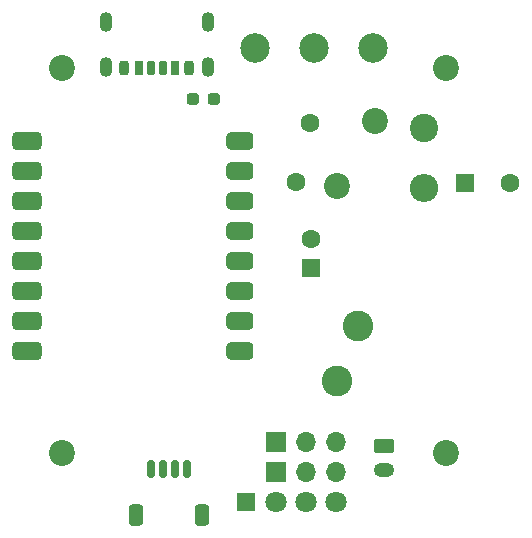
<source format=gts>
G04 #@! TF.GenerationSoftware,KiCad,Pcbnew,9.0.6*
G04 #@! TF.CreationDate,2025-11-26T20:09:11+03:00*
G04 #@! TF.ProjectId,SMHome_UniversalRound_ESP32_C3_Mini_v3,534d486f-6d65-45f5-956e-697665727361,12*
G04 #@! TF.SameCoordinates,Original*
G04 #@! TF.FileFunction,Soldermask,Top*
G04 #@! TF.FilePolarity,Negative*
%FSLAX46Y46*%
G04 Gerber Fmt 4.6, Leading zero omitted, Abs format (unit mm)*
G04 Created by KiCad (PCBNEW 9.0.6) date 2025-11-26 20:09:11*
%MOMM*%
%LPD*%
G01*
G04 APERTURE LIST*
G04 Aperture macros list*
%AMRoundRect*
0 Rectangle with rounded corners*
0 $1 Rounding radius*
0 $2 $3 $4 $5 $6 $7 $8 $9 X,Y pos of 4 corners*
0 Add a 4 corners polygon primitive as box body*
4,1,4,$2,$3,$4,$5,$6,$7,$8,$9,$2,$3,0*
0 Add four circle primitives for the rounded corners*
1,1,$1+$1,$2,$3*
1,1,$1+$1,$4,$5*
1,1,$1+$1,$6,$7*
1,1,$1+$1,$8,$9*
0 Add four rect primitives between the rounded corners*
20,1,$1+$1,$2,$3,$4,$5,0*
20,1,$1+$1,$4,$5,$6,$7,0*
20,1,$1+$1,$6,$7,$8,$9,0*
20,1,$1+$1,$8,$9,$2,$3,0*%
G04 Aperture macros list end*
%ADD10R,1.700000X1.700000*%
%ADD11O,1.700000X1.700000*%
%ADD12C,2.400000*%
%ADD13O,2.400000X2.400000*%
%ADD14RoundRect,0.175000X0.175000X0.425000X-0.175000X0.425000X-0.175000X-0.425000X0.175000X-0.425000X0*%
%ADD15RoundRect,0.190000X-0.190000X-0.410000X0.190000X-0.410000X0.190000X0.410000X-0.190000X0.410000X0*%
%ADD16RoundRect,0.200000X-0.200000X-0.400000X0.200000X-0.400000X0.200000X0.400000X-0.200000X0.400000X0*%
%ADD17RoundRect,0.175000X-0.175000X-0.425000X0.175000X-0.425000X0.175000X0.425000X-0.175000X0.425000X0*%
%ADD18RoundRect,0.190000X0.190000X0.410000X-0.190000X0.410000X-0.190000X-0.410000X0.190000X-0.410000X0*%
%ADD19RoundRect,0.200000X0.200000X0.400000X-0.200000X0.400000X-0.200000X-0.400000X0.200000X-0.400000X0*%
%ADD20O,1.100000X1.700000*%
%ADD21C,2.200000*%
%ADD22RoundRect,0.237500X-0.287500X-0.237500X0.287500X-0.237500X0.287500X0.237500X-0.287500X0.237500X0*%
%ADD23R,1.600000X1.600000*%
%ADD24C,1.600000*%
%ADD25C,2.600000*%
%ADD26RoundRect,0.381000X-0.762000X-0.381000X0.762000X-0.381000X0.762000X0.381000X-0.762000X0.381000X0*%
%ADD27RoundRect,0.381000X-0.869000X-0.381000X0.869000X-0.381000X0.869000X0.381000X-0.869000X0.381000X0*%
%ADD28C,2.500000*%
%ADD29R,1.650000X1.650000*%
%ADD30C,1.800000*%
%ADD31RoundRect,0.150000X-0.150000X-0.625000X0.150000X-0.625000X0.150000X0.625000X-0.150000X0.625000X0*%
%ADD32RoundRect,0.250000X-0.350000X-0.650000X0.350000X-0.650000X0.350000X0.650000X-0.350000X0.650000X0*%
%ADD33RoundRect,0.250000X-0.625000X0.350000X-0.625000X-0.350000X0.625000X-0.350000X0.625000X0.350000X0*%
%ADD34O,1.750000X1.200000*%
G04 APERTURE END LIST*
D10*
X150138000Y-120370600D03*
D11*
X152678000Y-120370600D03*
X155217999Y-120370600D03*
D12*
X162610800Y-93827600D03*
D13*
X162610800Y-98907599D03*
D14*
X140504800Y-88754199D03*
D15*
X138484800Y-88754200D03*
D16*
X137254800Y-88754200D03*
D17*
X139504800Y-88754199D03*
D18*
X141524800Y-88754200D03*
D19*
X142754800Y-88754200D03*
D20*
X144324800Y-88674200D03*
X144324800Y-84874200D03*
X135684800Y-88674200D03*
X135684800Y-84874200D03*
D21*
X158496000Y-93192600D03*
X155295600Y-98729800D03*
X164541200Y-88773000D03*
D22*
X143092201Y-91338400D03*
X144842199Y-91338400D03*
D23*
X153111200Y-105689400D03*
D24*
X153111200Y-103189400D03*
D21*
X164490400Y-121335800D03*
D25*
X157022800Y-110566200D03*
X155312699Y-115264663D03*
D23*
X166116000Y-98475800D03*
D24*
X169916000Y-98475800D03*
D21*
X131978400Y-88773000D03*
D26*
X147061700Y-112674400D03*
X147061700Y-110134400D03*
X147061700Y-107594400D03*
X147061700Y-105054401D03*
X147061700Y-102514399D03*
D27*
X129061700Y-94894400D03*
X129061700Y-97434400D03*
X129061700Y-99974400D03*
X129061700Y-102514399D03*
X129061700Y-105054401D03*
X129061700Y-107594400D03*
X129061700Y-110134400D03*
X129061700Y-112674400D03*
D26*
X147061700Y-99974400D03*
X147061700Y-94894400D03*
X147061700Y-97434400D03*
D28*
X158314400Y-87045800D03*
X153314400Y-87045800D03*
X148314400Y-87045800D03*
D10*
X150138000Y-122910600D03*
D11*
X152678000Y-122910600D03*
X155217999Y-122910600D03*
D24*
X151815800Y-98385000D03*
X153015800Y-93385000D03*
D21*
X131978400Y-121335800D03*
D29*
X147598000Y-125450600D03*
D30*
X150138000Y-125450600D03*
X152678000Y-125450600D03*
X155218000Y-125450600D03*
D31*
X139546200Y-122663200D03*
X140546200Y-122663200D03*
X141546200Y-122663200D03*
X142546200Y-122663200D03*
D32*
X138246200Y-126538200D03*
X143846200Y-126538200D03*
D33*
X159232600Y-120751600D03*
D34*
X159232600Y-122751601D03*
M02*

</source>
